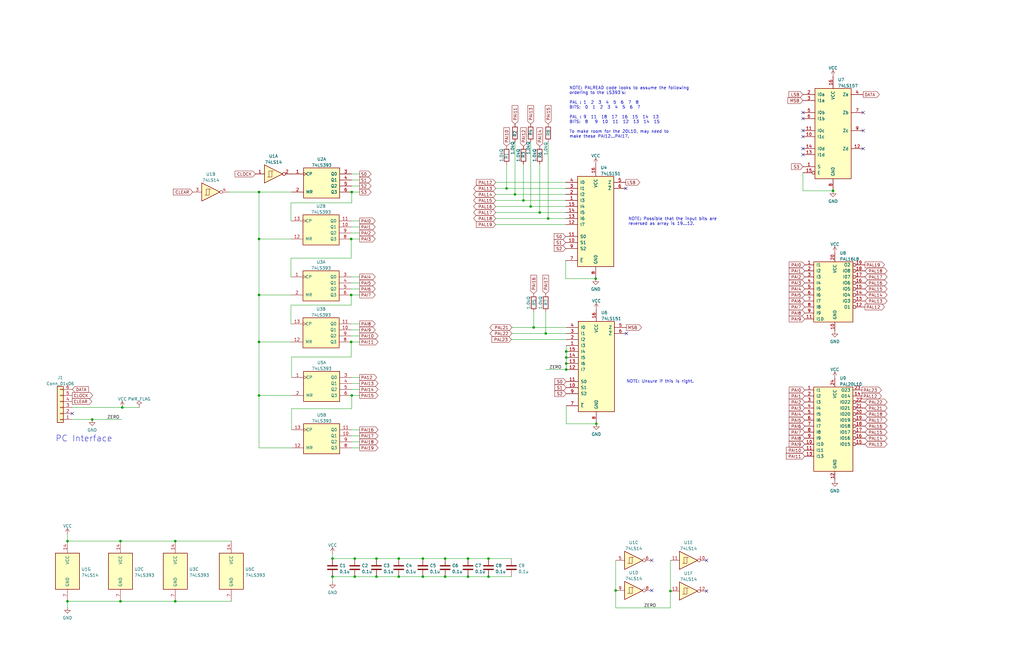
<source format=kicad_sch>
(kicad_sch (version 20211123) (generator eeschema)
  (paper "B")
  (lib_symbols
    (symbol "74xx:74LS14" (pin_names (offset 1.016))
      (property "Reference" "U" (at 0 1.27 0))
      (property "Value" "74LS14" (at 0 -1.27 0))
      (symbol "74LS14_1_0"
        (polyline (pts (xy -3.81 3.81) (xy -3.81 -3.81) (xy 3.81 0) (xy -3.81 3.81)) (stroke (width 0.254)) (fill (type background)))
        (pin input line (at -7.62 0 0) (length 3.81) (name "~") (number "1"))
        (pin output inverted (at 7.62 0 180) (length 3.81) (name "~") (number "2"))
      )
      (symbol "74LS14_1_1"
        (polyline (pts (xy -1.905 -1.27) (xy -1.905 1.27) (xy -0.635 1.27)))
        (polyline (pts (xy -2.54 -1.27) (xy -0.635 -1.27) (xy -0.635 1.27) (xy 0 1.27)))
      )
      (symbol "74LS14_2_0"
        (polyline (pts (xy -3.81 3.81) (xy -3.81 -3.81) (xy 3.81 0) (xy -3.81 3.81)) (stroke (width 0.254)) (fill (type background)))
        (pin input line (at -7.62 0 0) (length 3.81) (name "~") (number "3"))
        (pin output inverted (at 7.62 0 180) (length 3.81) (name "~") (number "4"))
      )
      (symbol "74LS14_2_1"
        (polyline (pts (xy -1.905 -1.27) (xy -1.905 1.27) (xy -0.635 1.27)))
        (polyline (pts (xy -2.54 -1.27) (xy -0.635 -1.27) (xy -0.635 1.27) (xy 0 1.27)))
      )
      (symbol "74LS14_3_0"
        (polyline (pts (xy -3.81 3.81) (xy -3.81 -3.81) (xy 3.81 0) (xy -3.81 3.81)) (stroke (width 0.254)) (fill (type background)))
        (pin input line (at -7.62 0 0) (length 3.81) (name "~") (number "5"))
        (pin output inverted (at 7.62 0 180) (length 3.81) (name "~") (number "6"))
      )
      (symbol "74LS14_3_1"
        (polyline (pts (xy -1.905 -1.27) (xy -1.905 1.27) (xy -0.635 1.27)))
        (polyline (pts (xy -2.54 -1.27) (xy -0.635 -1.27) (xy -0.635 1.27) (xy 0 1.27)))
      )
      (symbol "74LS14_4_0"
        (polyline (pts (xy -3.81 3.81) (xy -3.81 -3.81) (xy 3.81 0) (xy -3.81 3.81)) (stroke (width 0.254)) (fill (type background)))
        (pin output inverted (at 7.62 0 180) (length 3.81) (name "~") (number "8"))
        (pin input line (at -7.62 0 0) (length 3.81) (name "~") (number "9"))
      )
      (symbol "74LS14_4_1"
        (polyline (pts (xy -1.905 -1.27) (xy -1.905 1.27) (xy -0.635 1.27)))
        (polyline (pts (xy -2.54 -1.27) (xy -0.635 -1.27) (xy -0.635 1.27) (xy 0 1.27)))
      )
      (symbol "74LS14_5_0"
        (polyline (pts (xy -3.81 3.81) (xy -3.81 -3.81) (xy 3.81 0) (xy -3.81 3.81)) (stroke (width 0.254)) (fill (type background)))
        (pin output inverted (at 7.62 0 180) (length 3.81) (name "~") (number "10"))
        (pin input line (at -7.62 0 0) (length 3.81) (name "~") (number "11"))
      )
      (symbol "74LS14_5_1"
        (polyline (pts (xy -1.905 -1.27) (xy -1.905 1.27) (xy -0.635 1.27)))
        (polyline (pts (xy -2.54 -1.27) (xy -0.635 -1.27) (xy -0.635 1.27) (xy 0 1.27)))
      )
      (symbol "74LS14_6_0"
        (polyline (pts (xy -3.81 3.81) (xy -3.81 -3.81) (xy 3.81 0) (xy -3.81 3.81)) (stroke (width 0.254)) (fill (type background)))
        (pin output inverted (at 7.62 0 180) (length 3.81) (name "~") (number "12"))
        (pin input line (at -7.62 0 0) (length 3.81) (name "~") (number "13"))
      )
      (symbol "74LS14_6_1"
        (polyline (pts (xy -1.905 -1.27) (xy -1.905 1.27) (xy -0.635 1.27)))
        (polyline (pts (xy -2.54 -1.27) (xy -0.635 -1.27) (xy -0.635 1.27) (xy 0 1.27)))
      )
      (symbol "74LS14_7_0"
        (pin power_in line (at 0 12.7 270) (length 5.08) (name "VCC") (number "14"))
        (pin power_in line (at 0 -12.7 90) (length 5.08) (name "GND") (number "7"))
      )
      (symbol "74LS14_7_1"
        (rectangle (start -5.08 7.62) (end 5.08 -7.62) (stroke (width 0.254)) (fill (type background)))
      )
    )
    (symbol "74xx:74LS151" (pin_names (offset 1.016))
      (property "Reference" "U" (at -7.62 19.05 0))
      (property "Value" "74LS151" (at -7.62 -21.59 0))
      (symbol "74LS151_1_0"
        (pin input line (at -12.7 7.62 0) (length 5.08) (name "I3") (number "1"))
        (pin input line (at -12.7 -10.16 0) (length 5.08) (name "S1") (number "10"))
        (pin input line (at -12.7 -7.62 0) (length 5.08) (name "S0") (number "11"))
        (pin input line (at -12.7 -2.54 0) (length 5.08) (name "I7") (number "12"))
        (pin input line (at -12.7 0 0) (length 5.08) (name "I6") (number "13"))
        (pin input line (at -12.7 2.54 0) (length 5.08) (name "I5") (number "14"))
        (pin input line (at -12.7 5.08 0) (length 5.08) (name "I4") (number "15"))
        (pin power_in line (at 0 22.86 270) (length 5.08) (name "VCC") (number "16"))
        (pin input line (at -12.7 10.16 0) (length 5.08) (name "I2") (number "2"))
        (pin input line (at -12.7 12.7 0) (length 5.08) (name "I1") (number "3"))
        (pin input line (at -12.7 15.24 0) (length 5.08) (name "I0") (number "4"))
        (pin output line (at 12.7 15.24 180) (length 5.08) (name "Z") (number "5"))
        (pin output line (at 12.7 12.7 180) (length 5.08) (name "~{Z}") (number "6"))
        (pin input line (at -12.7 -17.78 0) (length 5.08) (name "~{E}") (number "7"))
        (pin power_in line (at 0 -25.4 90) (length 5.08) (name "GND") (number "8"))
        (pin input line (at -12.7 -12.7 0) (length 5.08) (name "S2") (number "9"))
      )
      (symbol "74LS151_1_1"
        (rectangle (start -7.62 17.78) (end 7.62 -20.32) (stroke (width 0.254)) (fill (type background)))
      )
    )
    (symbol "74xx:74LS157" (pin_names (offset 1.016))
      (property "Reference" "U" (at -7.62 19.05 0))
      (property "Value" "74LS157" (at -7.62 -21.59 0))
      (symbol "74LS157_1_0"
        (pin input line (at -12.7 -15.24 0) (length 5.08) (name "S") (number "1"))
        (pin input line (at -12.7 -2.54 0) (length 5.08) (name "I1c") (number "10"))
        (pin input line (at -12.7 0 0) (length 5.08) (name "I0c") (number "11"))
        (pin output line (at 12.7 -7.62 180) (length 5.08) (name "Zd") (number "12"))
        (pin input line (at -12.7 -10.16 0) (length 5.08) (name "I1d") (number "13"))
        (pin input line (at -12.7 -7.62 0) (length 5.08) (name "I0d") (number "14"))
        (pin input inverted (at -12.7 -17.78 0) (length 5.08) (name "E") (number "15"))
        (pin power_in line (at 0 22.86 270) (length 5.08) (name "VCC") (number "16"))
        (pin input line (at -12.7 15.24 0) (length 5.08) (name "I0a") (number "2"))
        (pin input line (at -12.7 12.7 0) (length 5.08) (name "I1a") (number "3"))
        (pin output line (at 12.7 15.24 180) (length 5.08) (name "Za") (number "4"))
        (pin input line (at -12.7 7.62 0) (length 5.08) (name "I0b") (number "5"))
        (pin input line (at -12.7 5.08 0) (length 5.08) (name "I1b") (number "6"))
        (pin output line (at 12.7 7.62 180) (length 5.08) (name "Zb") (number "7"))
        (pin power_in line (at 0 -25.4 90) (length 5.08) (name "GND") (number "8"))
        (pin output line (at 12.7 0 180) (length 5.08) (name "Zc") (number "9"))
      )
      (symbol "74LS157_1_1"
        (rectangle (start -7.62 17.78) (end 7.62 -20.32) (stroke (width 0.254)) (fill (type background)))
      )
    )
    (symbol "74xx:74LS393" (pin_names (offset 1.016))
      (property "Reference" "U" (at -7.62 8.89 0))
      (property "Value" "74LS393" (at -7.62 -8.89 0))
      (symbol "74LS393_1_0"
        (pin input clock (at -12.7 2.54 0) (length 5.08) (name "CP") (number "1"))
        (pin input line (at -12.7 -5.08 0) (length 5.08) (name "MR") (number "2"))
        (pin output line (at 12.7 2.54 180) (length 5.08) (name "Q0") (number "3"))
        (pin output line (at 12.7 0 180) (length 5.08) (name "Q1") (number "4"))
        (pin output line (at 12.7 -2.54 180) (length 5.08) (name "Q2") (number "5"))
        (pin output line (at 12.7 -5.08 180) (length 5.08) (name "Q3") (number "6"))
      )
      (symbol "74LS393_1_1"
        (rectangle (start -7.62 5.08) (end 7.62 -7.62) (stroke (width 0.254)) (fill (type background)))
      )
      (symbol "74LS393_2_0"
        (pin output line (at 12.7 0 180) (length 5.08) (name "Q1") (number "10"))
        (pin output line (at 12.7 2.54 180) (length 5.08) (name "Q0") (number "11"))
        (pin input line (at -12.7 -5.08 0) (length 5.08) (name "MR") (number "12"))
        (pin input clock (at -12.7 2.54 0) (length 5.08) (name "CP") (number "13"))
        (pin output line (at 12.7 -5.08 180) (length 5.08) (name "Q3") (number "8"))
        (pin output line (at 12.7 -2.54 180) (length 5.08) (name "Q2") (number "9"))
      )
      (symbol "74LS393_2_1"
        (rectangle (start -7.62 5.08) (end 7.62 -7.62) (stroke (width 0.254)) (fill (type background)))
      )
      (symbol "74LS393_3_0"
        (pin power_in line (at 0 12.7 270) (length 5.08) (name "VCC") (number "14"))
        (pin power_in line (at 0 -12.7 90) (length 5.08) (name "GND") (number "7"))
      )
      (symbol "74LS393_3_1"
        (rectangle (start -5.08 7.62) (end 5.08 -7.62) (stroke (width 0.254)) (fill (type background)))
      )
    )
    (symbol "Connector_Generic:Conn_01x06" (pin_names (offset 1.016) hide)
      (property "Reference" "J" (at 0 7.62 0))
      (property "Value" "Conn_01x06" (at 0 -10.16 0))
      (symbol "Conn_01x06_1_1"
        (rectangle (start -1.27 -7.493) (end 0 -7.747) (stroke (width 0.1524)))
        (rectangle (start -1.27 -4.953) (end 0 -5.207) (stroke (width 0.1524)))
        (rectangle (start -1.27 -2.413) (end 0 -2.667) (stroke (width 0.1524)))
        (rectangle (start -1.27 0.127) (end 0 -0.127) (stroke (width 0.1524)))
        (rectangle (start -1.27 2.667) (end 0 2.413) (stroke (width 0.1524)))
        (rectangle (start -1.27 5.207) (end 0 4.953) (stroke (width 0.1524)))
        (rectangle (start -1.27 6.35) (end 1.27 -8.89) (stroke (width 0.254)) (fill (type background)))
        (pin passive line (at -5.08 5.08 0) (length 3.81) (name "Pin_1") (number "1"))
        (pin passive line (at -5.08 2.54 0) (length 3.81) (name "Pin_2") (number "2"))
        (pin passive line (at -5.08 0 0) (length 3.81) (name "Pin_3") (number "3"))
        (pin passive line (at -5.08 -2.54 0) (length 3.81) (name "Pin_4") (number "4"))
        (pin passive line (at -5.08 -5.08 0) (length 3.81) (name "Pin_5") (number "5"))
        (pin passive line (at -5.08 -7.62 0) (length 3.81) (name "Pin_6") (number "6"))
      )
    )
    (symbol "Device:C" (pin_numbers hide) (pin_names (offset 0.254))
      (property "Reference" "C" (at 0.635 2.54 0))
      (property "Value" "C" (at 0.635 -2.54 0))
      (symbol "C_0_1"
        (polyline (pts (xy -2.032 -0.762) (xy 2.032 -0.762)) (stroke (width 0.508)))
        (polyline (pts (xy -2.032 0.762) (xy 2.032 0.762)) (stroke (width 0.508)))
      )
      (symbol "C_1_1"
        (pin passive line (at 0 3.81 270) (length 2.794) (name "~") (number "1"))
        (pin passive line (at 0 -3.81 90) (length 2.794) (name "~") (number "2"))
      )
    )
    (symbol "Device:R" (pin_numbers hide) (pin_names (offset 0))
      (property "Reference" "R" (at 2.032 0 90))
      (property "Value" "R" (at 0 0 90))
      (symbol "R_0_1"
        (rectangle (start -1.016 -2.54) (end 1.016 2.54) (stroke (width 0.254)))
      )
      (symbol "R_1_1"
        (pin passive line (at 0 3.81 270) (length 1.27) (name "~") (number "1"))
        (pin passive line (at 0 -3.81 90) (length 1.27) (name "~") (number "2"))
      )
    )
    (symbol "Logic_Programmable:PAL16L8" (pin_names (offset 1.016))
      (property "Reference" "U8" (at 2.0194 17.6698 0))
      (property "Value" "PAL16L8" (at 2.0194 15.1329 0))
      (symbol "PAL16L8_0_0"
        (pin power_in line (at 0 -15.24 90) (length 3.81) (name "GND") (number "10"))
        (pin power_in line (at 0 17.78 270) (length 3.81) (name "VCC") (number "20"))
      )
      (symbol "PAL16L8_0_1"
        (rectangle (start -8.89 13.97) (end 7.62 -11.43) (stroke (width 0.254)) (fill (type background)))
      )
      (symbol "PAL16L8_1_1"
        (pin input line (at -12.7 12.7 0) (length 3.81) (name "I1") (number "1"))
        (pin input line (at -12.7 -10.16 0) (length 3.81) (name "I10") (number "11"))
        (pin output inverted (at 12.7 -5.08 180) (length 5.08) (name "O1") (number "12"))
        (pin tri_state inverted (at 12.7 -2.54 180) (length 5.08) (name "IO3") (number "13"))
        (pin tri_state inverted (at 12.7 0 180) (length 5.08) (name "IO4") (number "14"))
        (pin tri_state inverted (at 12.7 2.54 180) (length 5.08) (name "IO5") (number "15"))
        (pin tri_state inverted (at 12.7 5.08 180) (length 5.08) (name "IO6") (number "16"))
        (pin tri_state inverted (at 12.7 7.62 180) (length 5.08) (name "I07") (number "17"))
        (pin tri_state inverted (at 12.7 10.16 180) (length 5.08) (name "IO8") (number "18"))
        (pin output inverted (at 12.7 12.7 180) (length 5.08) (name "O2") (number "19"))
        (pin input line (at -12.7 10.16 0) (length 3.81) (name "I2") (number "2"))
        (pin input line (at -12.7 7.62 0) (length 3.81) (name "I3") (number "3"))
        (pin input line (at -12.7 5.08 0) (length 3.81) (name "I4") (number "4"))
        (pin input line (at -12.7 2.54 0) (length 3.81) (name "I5") (number "5"))
        (pin input line (at -12.7 0 0) (length 3.81) (name "I6") (number "6"))
        (pin input line (at -12.7 -2.54 0) (length 3.81) (name "I7") (number "7"))
        (pin input line (at -12.7 -5.08 0) (length 3.81) (name "I8") (number "8"))
        (pin input line (at -12.7 -7.62 0) (length 3.81) (name "I9") (number "9"))
      )
    )
    (symbol "RAC_Custom2:PAL20L10" (pin_names (offset 1.016))
      (property "Reference" "U" (at -8.89 21.59 0))
      (property "Value" "PAL20L10" (at 1.27 21.59 0))
      (symbol "PAL20L10_0_0"
        (pin power_in line (at 0 -20.32 90) (length 3.81) (name "GND") (number "12"))
        (pin power_in line (at 0 22.86 270) (length 3.81) (name "VCC") (number "24"))
      )
      (symbol "PAL20L10_0_1"
        (rectangle (start -8.89 19.05) (end 7.62 -16.51) (stroke (width 0.254)) (fill (type background)))
      )
      (symbol "PAL20L10_1_1"
        (pin input line (at -12.7 17.78 0) (length 3.81) (name "I1") (number "1"))
        (pin input line (at -12.7 -5.08 0) (length 3.81) (name "I10") (number "10"))
        (pin input line (at -12.7 -7.62 0) (length 3.81) (name "I11") (number "11"))
        (pin input line (at -12.7 -10.16 0) (length 3.81) (name "I13") (number "13"))
        (pin output line (at 11.43 15.24 180) (length 3.81) (name "O14") (number "14"))
        (pin tri_state inverted (at 12.7 -5.08 180) (length 5.08) (name "IO15") (number "15"))
        (pin tri_state inverted (at 12.7 -2.54 180) (length 5.08) (name "IO16") (number "16"))
        (pin tri_state inverted (at 12.7 0 180) (length 5.08) (name "IO17") (number "17"))
        (pin tri_state inverted (at 12.7 2.54 180) (length 5.08) (name "IO18") (number "18"))
        (pin tri_state inverted (at 12.7 5.08 180) (length 5.08) (name "IO19") (number "19"))
        (pin input line (at -12.7 15.24 0) (length 3.81) (name "I2") (number "2"))
        (pin tri_state inverted (at 12.7 7.62 180) (length 5.08) (name "I020") (number "20"))
        (pin tri_state inverted (at 12.7 10.16 180) (length 5.08) (name "IO21") (number "21"))
        (pin tri_state inverted (at 12.7 12.7 180) (length 5.08) (name "IO22") (number "22"))
        (pin output line (at 11.43 17.78 180) (length 3.81) (name "O23") (number "23"))
        (pin input line (at -12.7 12.7 0) (length 3.81) (name "I3") (number "3"))
        (pin input line (at -12.7 10.16 0) (length 3.81) (name "I4") (number "4"))
        (pin input line (at -12.7 7.62 0) (length 3.81) (name "I5") (number "5"))
        (pin input line (at -12.7 5.08 0) (length 3.81) (name "I6") (number "6"))
        (pin input line (at -12.7 2.54 0) (length 3.81) (name "I7") (number "7"))
        (pin input line (at -12.7 0 0) (length 3.81) (name "I8") (number "8"))
        (pin input line (at -12.7 -2.54 0) (length 3.81) (name "I9") (number "9"))
      )
    )
    (symbol "power:GND" (power) (pin_names (offset 0))
      (property "Value" "GND" (at 0 -3.81 0))
      (symbol "GND_0_1"
        (polyline (pts (xy 0 0) (xy 0 -1.27) (xy 1.27 -1.27) (xy 0 -2.54) (xy -1.27 -1.27) (xy 0 -1.27)))
      )
      (symbol "GND_1_1"
        (pin power_in line (at 0 0 270) (length 0) hide (name "GND") (number "1"))
      )
    )
    (symbol "power:PWR_FLAG" (power) (pin_numbers hide) (pin_names (offset 0) hide)
      (property "Value" "PWR_FLAG" (at 0 3.81 0))
      (symbol "PWR_FLAG_0_0"
        (pin power_out line (at 0 0 90) (length 0) (name "pwr") (number "1"))
      )
      (symbol "PWR_FLAG_0_1"
        (polyline (pts (xy 0 0) (xy 0 1.27) (xy -1.016 1.905) (xy 0 2.54) (xy 1.016 1.905) (xy 0 1.27)))
      )
    )
    (symbol "power:VCC" (power) (pin_names (offset 0))
      (property "Value" "VCC" (at 0 3.81 0))
      (symbol "VCC_0_1"
        (polyline (pts (xy -0.762 1.27) (xy 0 2.54)))
        (polyline (pts (xy 0 0) (xy 0 2.54)))
        (polyline (pts (xy 0 2.54) (xy 0.762 1.27)))
      )
      (symbol "VCC_1_1"
        (pin power_in line (at 0 0 90) (length 0) hide (name "VCC") (number "1"))
      )
    )
  )
  (junction (at 149.606 243.332))
  (junction (at 38.862 177.038))
  (junction (at 187.706 235.712))
  (junction (at 259.588 249.174))
  (junction (at 148.336 81.026))
  (junction (at 351.282 80.518))
  (junction (at 168.148 243.332))
  (junction (at 109.22 144.272))
  (junction (at 230.124 140.716))
  (junction (at 225.044 138.176))
  (junction (at 140.208 243.332))
  (junction (at 148.082 144.272))
  (junction (at 197.358 243.332))
  (junction (at 158.75 235.712))
  (junction (at 238.76 148.336))
  (junction (at 238.76 153.416))
  (junction (at 187.706 243.332))
  (junction (at 109.22 100.838))
  (junction (at 28.448 253.746))
  (junction (at 109.22 81.026))
  (junction (at 28.448 228.346))
  (junction (at 227.584 89.662))
  (junction (at 51.562 171.958))
  (junction (at 223.774 87.122))
  (junction (at 251.206 117.602))
  (junction (at 238.76 150.876))
  (junction (at 178.308 235.712))
  (junction (at 205.994 235.712))
  (junction (at 148.082 124.46))
  (junction (at 109.22 166.878))
  (junction (at 148.082 100.838))
  (junction (at 140.208 235.712))
  (junction (at 213.614 79.502))
  (junction (at 50.8 228.346))
  (junction (at 197.358 235.712))
  (junction (at 231.14 92.202))
  (junction (at 220.726 84.582))
  (junction (at 50.8 253.746))
  (junction (at 251.46 178.816))
  (junction (at 178.308 243.332))
  (junction (at 205.994 243.332))
  (junction (at 73.914 228.346))
  (junction (at 217.17 82.042))
  (junction (at 109.22 124.46))
  (junction (at 149.606 235.712))
  (junction (at 168.148 235.712))
  (junction (at 73.914 253.746))
  (junction (at 238.76 155.956))
  (junction (at 158.75 243.332))
  (junction (at 148.336 166.878))
  (junction (at 282.702 249.428))
  (no_connect (at 363.982 62.738))
  (no_connect (at 264.16 140.716))
  (no_connect (at 338.582 57.658))
  (no_connect (at 263.906 79.502))
  (no_connect (at 338.582 55.118))
  (no_connect (at 363.982 55.118))
  (no_connect (at 30.48 174.498))
  (no_connect (at 274.828 249.174))
  (no_connect (at 338.582 62.738))
  (no_connect (at 338.582 50.038))
  (no_connect (at 338.582 47.498))
  (no_connect (at 297.942 236.474))
  (no_connect (at 274.828 236.474))
  (no_connect (at 363.982 47.498))
  (no_connect (at 338.582 65.278))
  (no_connect (at 297.942 249.428))
  (wire (pts (xy 220.726 69.342) (xy 220.726 84.582)))
  (wire (pts (xy 215.646 143.256) (xy 238.76 143.256)))
  (wire (pts (xy 251.46 178.816) (xy 238.76 178.816)))
  (wire (pts (xy 215.9 138.176) (xy 225.044 138.176)))
  (wire (pts (xy 148.336 161.798) (xy 151.638 161.798)))
  (wire (pts (xy 187.706 243.332) (xy 197.358 243.332)))
  (wire (pts (xy 148.082 95.758) (xy 151.638 95.758)))
  (wire (pts (xy 148.082 136.652) (xy 151.638 136.652)))
  (wire (pts (xy 217.17 59.944) (xy 217.17 82.042)))
  (wire (pts (xy 30.48 177.038) (xy 38.862 177.038)))
  (wire (pts (xy 168.148 243.332) (xy 178.308 243.332)))
  (wire (pts (xy 238.506 117.602) (xy 238.506 109.982)))
  (wire (pts (xy 122.936 188.976) (xy 109.22 188.976)))
  (wire (pts (xy 122.936 166.878) (xy 109.22 166.878)))
  (wire (pts (xy 148.082 141.732) (xy 151.638 141.732)))
  (wire (pts (xy 122.936 172.466) (xy 122.936 181.356)))
  (wire (pts (xy 178.308 243.332) (xy 187.706 243.332)))
  (wire (pts (xy 122.682 108.966) (xy 122.682 116.84)))
  (wire (pts (xy 158.75 243.332) (xy 168.148 243.332)))
  (wire (pts (xy 178.308 235.712) (xy 187.706 235.712)))
  (wire (pts (xy 28.448 253.746) (xy 28.448 256.286)))
  (wire (pts (xy 259.588 249.174) (xy 259.588 256.54)))
  (wire (pts (xy 223.774 59.944) (xy 223.774 87.122)))
  (wire (pts (xy 122.936 150.622) (xy 122.936 159.258)))
  (wire (pts (xy 209.042 89.662) (xy 227.584 89.662)))
  (wire (pts (xy 217.17 82.042) (xy 238.506 82.042)))
  (wire (pts (xy 227.584 89.662) (xy 238.506 89.662)))
  (wire (pts (xy 148.082 128.778) (xy 122.682 128.778)))
  (wire (pts (xy 122.936 150.622) (xy 148.082 150.622)))
  (wire (pts (xy 259.588 256.54) (xy 282.702 256.54)))
  (wire (pts (xy 225.044 138.176) (xy 238.76 138.176)))
  (wire (pts (xy 30.48 171.958) (xy 51.562 171.958)))
  (wire (pts (xy 148.336 188.976) (xy 151.638 188.976)))
  (wire (pts (xy 238.76 145.796) (xy 238.76 148.336)))
  (wire (pts (xy 148.336 172.466) (xy 122.936 172.466)))
  (wire (pts (xy 148.336 85.598) (xy 122.682 85.598)))
  (wire (pts (xy 148.082 98.298) (xy 151.638 98.298)))
  (wire (pts (xy 282.702 236.474) (xy 282.702 249.428)))
  (wire (pts (xy 148.082 121.92) (xy 151.638 121.92)))
  (wire (pts (xy 238.76 153.416) (xy 238.76 155.956)))
  (wire (pts (xy 230.124 131.572) (xy 230.124 140.716)))
  (wire (pts (xy 148.336 166.878) (xy 148.336 172.466)))
  (wire (pts (xy 109.22 144.272) (xy 122.682 144.272)))
  (wire (pts (xy 109.22 124.46) (xy 122.682 124.46)))
  (wire (pts (xy 187.706 235.712) (xy 197.358 235.712)))
  (wire (pts (xy 122.682 100.838) (xy 109.22 100.838)))
  (wire (pts (xy 231.14 59.944) (xy 231.14 92.202)))
  (wire (pts (xy 109.22 144.272) (xy 109.22 166.878)))
  (wire (pts (xy 238.76 178.816) (xy 238.76 171.196)))
  (wire (pts (xy 148.336 181.356) (xy 151.638 181.356)))
  (wire (pts (xy 122.682 85.598) (xy 122.682 93.218)))
  (wire (pts (xy 148.082 108.966) (xy 122.682 108.966)))
  (wire (pts (xy 209.042 94.742) (xy 238.506 94.742)))
  (wire (pts (xy 109.22 188.976) (xy 109.22 166.878)))
  (wire (pts (xy 238.76 155.956) (xy 230.124 155.956)))
  (wire (pts (xy 338.582 80.518) (xy 351.282 80.518)))
  (wire (pts (xy 51.562 171.958) (xy 58.674 171.958)))
  (wire (pts (xy 28.448 225.552) (xy 28.448 228.346)))
  (wire (pts (xy 140.208 235.712) (xy 149.606 235.712)))
  (wire (pts (xy 148.336 159.258) (xy 151.638 159.258)))
  (wire (pts (xy 50.8 228.346) (xy 73.914 228.346)))
  (wire (pts (xy 109.22 81.026) (xy 109.22 100.838)))
  (wire (pts (xy 148.082 144.272) (xy 148.082 150.622)))
  (wire (pts (xy 213.614 69.342) (xy 213.614 79.502)))
  (wire (pts (xy 148.082 144.272) (xy 151.638 144.272)))
  (wire (pts (xy 158.75 235.712) (xy 168.148 235.712)))
  (wire (pts (xy 209.042 82.042) (xy 217.17 82.042)))
  (wire (pts (xy 148.336 166.878) (xy 151.638 166.878)))
  (wire (pts (xy 122.682 128.778) (xy 122.682 136.652)))
  (wire (pts (xy 227.584 69.342) (xy 227.584 89.662)))
  (wire (pts (xy 209.042 79.502) (xy 213.614 79.502)))
  (wire (pts (xy 148.336 75.946) (xy 151.638 75.946)))
  (wire (pts (xy 197.358 235.712) (xy 205.994 235.712)))
  (wire (pts (xy 223.774 87.122) (xy 238.506 87.122)))
  (wire (pts (xy 148.336 186.436) (xy 151.638 186.436)))
  (wire (pts (xy 148.336 81.026) (xy 151.638 81.026)))
  (wire (pts (xy 148.336 78.486) (xy 151.638 78.486)))
  (wire (pts (xy 205.994 235.712) (xy 215.646 235.712)))
  (wire (pts (xy 148.336 183.896) (xy 151.638 183.896)))
  (wire (pts (xy 73.914 253.746) (xy 97.536 253.746)))
  (wire (pts (xy 28.448 253.746) (xy 50.8 253.746)))
  (wire (pts (xy 148.336 164.338) (xy 151.638 164.338)))
  (wire (pts (xy 148.082 100.838) (xy 148.082 108.966)))
  (wire (pts (xy 148.082 100.838) (xy 151.638 100.838)))
  (wire (pts (xy 209.042 76.962) (xy 238.506 76.962)))
  (wire (pts (xy 148.082 139.192) (xy 151.638 139.192)))
  (wire (pts (xy 149.606 235.712) (xy 158.75 235.712)))
  (wire (pts (xy 209.042 92.202) (xy 231.14 92.202)))
  (wire (pts (xy 148.082 119.38) (xy 151.638 119.38)))
  (wire (pts (xy 28.448 228.346) (xy 50.8 228.346)))
  (wire (pts (xy 140.208 233.68) (xy 140.208 235.712)))
  (wire (pts (xy 230.124 140.716) (xy 238.76 140.716)))
  (wire (pts (xy 205.994 243.332) (xy 215.646 243.332)))
  (wire (pts (xy 96.52 81.026) (xy 109.22 81.026)))
  (wire (pts (xy 148.336 73.406) (xy 151.638 73.406)))
  (wire (pts (xy 215.9 140.716) (xy 230.124 140.716)))
  (wire (pts (xy 251.206 117.602) (xy 238.506 117.602)))
  (wire (pts (xy 50.8 253.746) (xy 73.914 253.746)))
  (wire (pts (xy 259.588 236.474) (xy 259.588 249.174)))
  (wire (pts (xy 197.358 243.332) (xy 205.994 243.332)))
  (wire (pts (xy 148.082 124.46) (xy 151.638 124.46)))
  (wire (pts (xy 109.22 100.838) (xy 109.22 124.46)))
  (wire (pts (xy 109.22 81.026) (xy 122.936 81.026)))
  (wire (pts (xy 140.208 243.332) (xy 140.208 245.618)))
  (wire (pts (xy 38.862 177.038) (xy 51.308 177.038)))
  (wire (pts (xy 140.208 243.332) (xy 149.606 243.332)))
  (wire (pts (xy 238.76 148.336) (xy 238.76 150.876)))
  (wire (pts (xy 213.614 79.502) (xy 238.506 79.502)))
  (wire (pts (xy 149.606 243.332) (xy 158.75 243.332)))
  (wire (pts (xy 209.042 87.122) (xy 223.774 87.122)))
  (wire (pts (xy 231.14 92.202) (xy 238.506 92.202)))
  (wire (pts (xy 282.702 256.54) (xy 282.702 249.428)))
  (wire (pts (xy 148.336 81.026) (xy 148.336 85.598)))
  (wire (pts (xy 220.726 84.582) (xy 238.506 84.582)))
  (wire (pts (xy 168.148 235.712) (xy 178.308 235.712)))
  (wire (pts (xy 209.042 84.582) (xy 220.726 84.582)))
  (wire (pts (xy 148.082 116.84) (xy 151.638 116.84)))
  (wire (pts (xy 148.082 124.46) (xy 148.082 128.778)))
  (wire (pts (xy 73.914 228.346) (xy 97.536 228.346)))
  (wire (pts (xy 148.082 93.218) (xy 151.638 93.218)))
  (wire (pts (xy 109.22 124.46) (xy 109.22 144.272)))
  (wire (pts (xy 338.582 72.898) (xy 338.582 80.518)))
  (wire (pts (xy 225.044 131.572) (xy 225.044 138.176)))
  (wire (pts (xy 238.76 150.876) (xy 238.76 153.416)))
  (text "NOTE: Possible that the input bits are\nreversed as array is 19...12." (at 264.922 95.25 0) (effects (font (size 1.27 1.27)) (justify left bottom)))
  (text "PC Interface" (at 23.368 186.69 0) (effects (font (size 2.54 2.54)) (justify left bottom)))
  (text "NOTE: PALREAD code looks to assume the following\nordering to the LS393's:\n\nPAL : 1  2  3  4  5  6  7  8\nBITS:  0  1  2  3  4  5  6  7\n\nPAL : 9  11  18  17  16  15  14  13\nBITS:  8   9  10  11  12  13  14  15\n\nTo make room for the 20L10, may need to \nmake these PAI12...PAI17." (at 240.03 58.42 0) (effects (font (size 1.27 1.27)) (justify left bottom)))
  (text "NOTE: Unsure if this is right." (at 264.16 161.798 0) (effects (font (size 1.27 1.27)) (justify left bottom)))
  (label "ZERO" (at 271.526 256.54 0))
  (label "ZERO" (at 231.648 155.956 0))
  (label "ZERO" (at 45.212 177.038 0))
  (global_label "PAL15" (shape bidirectional) (at 364.744 121.92 0) (property "Intersheet References" "${INTERSHEET_REFS}" (effects hide)))
  (global_label "PAI10" (shape input) (at 339.344 189.992 180) (property "Intersheet References" "${INTERSHEET_REFS}" (effects hide)))
  (global_label "PAI16" (shape input) (at 225.044 123.952 90) (property "Intersheet References" "${INTERSHEET_REFS}" (effects hide)))
  (global_label "PAI15" (shape input) (at 231.14 52.324 90) (property "Intersheet References" "${INTERSHEET_REFS}" (effects hide)))
  (global_label "PAL15" (shape bidirectional) (at 364.744 182.372 0) (property "Intersheet References" "${INTERSHEET_REFS}" (effects hide)))
  (global_label "PAI7" (shape input) (at 339.344 182.372 180) (property "Intersheet References" "${INTERSHEET_REFS}" (effects hide)))
  (global_label "S0" (shape input) (at 238.76 161.036 180) (property "Intersheet References" "${INTERSHEET_REFS}" (effects hide)))
  (global_label "PAL13" (shape bidirectional) (at 209.042 79.502 180) (property "Intersheet References" "${INTERSHEET_REFS}" (effects hide)))
  (global_label "PAI1" (shape input) (at 339.344 114.3 180) (property "Intersheet References" "${INTERSHEET_REFS}" (effects hide)))
  (global_label "PAL21" (shape bidirectional) (at 215.9 138.176 180) (property "Intersheet References" "${INTERSHEET_REFS}" (effects hide)))
  (global_label "PAI10" (shape output) (at 151.638 141.732 0) (property "Intersheet References" "${INTERSHEET_REFS}" (effects hide)))
  (global_label "PAI6" (shape input) (at 339.344 179.832 180) (property "Intersheet References" "${INTERSHEET_REFS}" (effects hide)))
  (global_label "PAI0" (shape input) (at 339.344 164.592 180) (property "Intersheet References" "${INTERSHEET_REFS}" (effects hide)))
  (global_label "PAL12" (shape input) (at 209.042 76.962 180) (property "Intersheet References" "${INTERSHEET_REFS}" (effects hide)))
  (global_label "PAL19" (shape output) (at 364.744 111.76 0) (property "Intersheet References" "${INTERSHEET_REFS}" (effects hide)))
  (global_label "CLOCK" (shape input) (at 107.696 73.406 180) (property "Intersheet References" "${INTERSHEET_REFS}" (effects hide)))
  (global_label "PAI5" (shape input) (at 339.344 177.292 180) (property "Intersheet References" "${INTERSHEET_REFS}" (effects hide)))
  (global_label "PAI11" (shape input) (at 339.344 192.532 180) (property "Intersheet References" "${INTERSHEET_REFS}" (effects hide)))
  (global_label "PAL22" (shape bidirectional) (at 364.744 169.672 0) (property "Intersheet References" "${INTERSHEET_REFS}" (effects hide)))
  (global_label "PAI5" (shape input) (at 339.344 124.46 180) (property "Intersheet References" "${INTERSHEET_REFS}" (effects hide)))
  (global_label "S2" (shape input) (at 238.506 104.902 180) (property "Intersheet References" "${INTERSHEET_REFS}" (effects hide)))
  (global_label "PAI1" (shape input) (at 339.344 167.132 180) (property "Intersheet References" "${INTERSHEET_REFS}" (effects hide)))
  (global_label "PAL14" (shape bidirectional) (at 364.744 184.912 0) (property "Intersheet References" "${INTERSHEET_REFS}" (effects hide)))
  (global_label "PAI17" (shape input) (at 230.124 123.952 90) (property "Intersheet References" "${INTERSHEET_REFS}" (effects hide)))
  (global_label "PAI12" (shape input) (at 220.726 61.722 90) (property "Intersheet References" "${INTERSHEET_REFS}" (effects hide)))
  (global_label "PAI0" (shape input) (at 339.344 111.76 180) (property "Intersheet References" "${INTERSHEET_REFS}" (effects hide)))
  (global_label "PAI16" (shape output) (at 151.638 181.356 0) (property "Intersheet References" "${INTERSHEET_REFS}" (effects hide)))
  (global_label "PAI17" (shape output) (at 151.638 183.896 0) (property "Intersheet References" "${INTERSHEET_REFS}" (effects hide)))
  (global_label "MSB" (shape output) (at 264.16 138.176 0) (property "Intersheet References" "${INTERSHEET_REFS}" (effects hide)))
  (global_label "PAL15" (shape bidirectional) (at 209.042 84.582 180) (property "Intersheet References" "${INTERSHEET_REFS}" (effects hide)))
  (global_label "PAL13" (shape bidirectional) (at 364.744 187.452 0) (property "Intersheet References" "${INTERSHEET_REFS}" (effects hide)))
  (global_label "PAL14" (shape bidirectional) (at 364.744 124.46 0) (property "Intersheet References" "${INTERSHEET_REFS}" (effects hide)))
  (global_label "PAL18" (shape bidirectional) (at 364.744 174.752 0) (property "Intersheet References" "${INTERSHEET_REFS}" (effects hide)))
  (global_label "PAI4" (shape input) (at 339.344 121.92 180) (property "Intersheet References" "${INTERSHEET_REFS}" (effects hide)))
  (global_label "S1" (shape input) (at 238.506 102.362 180) (property "Intersheet References" "${INTERSHEET_REFS}" (effects hide)))
  (global_label "PAL21" (shape bidirectional) (at 364.744 172.212 0) (property "Intersheet References" "${INTERSHEET_REFS}" (effects hide)))
  (global_label "CLOCK" (shape output) (at 30.48 166.878 0) (property "Intersheet References" "${INTERSHEET_REFS}" (effects hide)))
  (global_label "PAL23" (shape output) (at 363.474 164.592 0) (property "Intersheet References" "${INTERSHEET_REFS}" (effects hide)))
  (global_label "PAI10" (shape input) (at 213.614 61.722 90) (property "Intersheet References" "${INTERSHEET_REFS}" (effects hide)))
  (global_label "PAI14" (shape input) (at 227.584 61.722 90) (property "Intersheet References" "${INTERSHEET_REFS}" (effects hide)))
  (global_label "S2" (shape input) (at 238.76 166.116 180) (property "Intersheet References" "${INTERSHEET_REFS}" (effects hide)))
  (global_label "PAI14" (shape output) (at 151.638 164.338 0) (property "Intersheet References" "${INTERSHEET_REFS}" (effects hide)))
  (global_label "DATA" (shape output) (at 363.982 39.878 0) (property "Intersheet References" "${INTERSHEET_REFS}" (effects hide)))
  (global_label "PAI2" (shape output) (at 151.638 98.298 0) (property "Intersheet References" "${INTERSHEET_REFS}" (effects hide)))
  (global_label "PAL13" (shape bidirectional) (at 364.744 127 0) (property "Intersheet References" "${INTERSHEET_REFS}" (effects hide)))
  (global_label "PAI9" (shape input) (at 339.344 187.452 180) (property "Intersheet References" "${INTERSHEET_REFS}" (effects hide)))
  (global_label "PAI7" (shape input) (at 339.344 129.54 180) (property "Intersheet References" "${INTERSHEET_REFS}" (effects hide)))
  (global_label "PAI0" (shape output) (at 151.638 93.218 0) (property "Intersheet References" "${INTERSHEET_REFS}" (effects hide)))
  (global_label "PAI4" (shape output) (at 151.638 116.84 0) (property "Intersheet References" "${INTERSHEET_REFS}" (effects hide)))
  (global_label "LSB" (shape output) (at 263.906 76.962 0) (property "Intersheet References" "${INTERSHEET_REFS}" (effects hide)))
  (global_label "PAI5" (shape output) (at 151.638 119.38 0) (property "Intersheet References" "${INTERSHEET_REFS}" (effects hide)))
  (global_label "PAL12" (shape output) (at 363.474 167.132 0) (property "Intersheet References" "${INTERSHEET_REFS}" (effects hide)))
  (global_label "PAI3" (shape output) (at 151.638 100.838 0) (property "Intersheet References" "${INTERSHEET_REFS}" (effects hide)))
  (global_label "PAL19" (shape input) (at 209.042 94.742 180) (property "Intersheet References" "${INTERSHEET_REFS}" (effects hide)))
  (global_label "PAI9" (shape input) (at 339.344 134.62 180) (property "Intersheet References" "${INTERSHEET_REFS}" (effects hide)))
  (global_label "S1" (shape output) (at 151.638 75.946 0) (property "Intersheet References" "${INTERSHEET_REFS}" (effects hide)))
  (global_label "PAL16" (shape bidirectional) (at 364.744 179.832 0) (property "Intersheet References" "${INTERSHEET_REFS}" (effects hide)))
  (global_label "PA12" (shape output) (at 151.638 159.258 0) (property "Intersheet References" "${INTERSHEET_REFS}" (effects hide)))
  (global_label "PAI1" (shape output) (at 151.638 95.758 0) (property "Intersheet References" "${INTERSHEET_REFS}" (effects hide)))
  (global_label "PAL23" (shape input) (at 215.646 143.256 180) (property "Intersheet References" "${INTERSHEET_REFS}" (effects hide)))
  (global_label "PAI13" (shape output) (at 151.638 161.798 0) (property "Intersheet References" "${INTERSHEET_REFS}" (effects hide)))
  (global_label "S0" (shape output) (at 151.638 73.406 0) (property "Intersheet References" "${INTERSHEET_REFS}" (effects hide)))
  (global_label "S3" (shape input) (at 338.582 70.358 180) (property "Intersheet References" "${INTERSHEET_REFS}" (effects hide)))
  (global_label "PAI6" (shape output) (at 151.638 121.92 0) (property "Intersheet References" "${INTERSHEET_REFS}" (effects hide)))
  (global_label "PAI7" (shape output) (at 151.638 124.46 0) (property "Intersheet References" "${INTERSHEET_REFS}" (effects hide)))
  (global_label "PAI11" (shape input) (at 217.17 52.324 90) (property "Intersheet References" "${INTERSHEET_REFS}" (effects hide)))
  (global_label "PAI4" (shape input) (at 339.344 174.752 180) (property "Intersheet References" "${INTERSHEET_REFS}" (effects hide)))
  (global_label "PAL16" (shape bidirectional) (at 209.042 87.122 180) (property "Intersheet References" "${INTERSHEET_REFS}" (effects hide)))
  (global_label "PAI2" (shape input) (at 339.344 116.84 180) (property "Intersheet References" "${INTERSHEET_REFS}" (effects hide)))
  (global_label "PAL12" (shape output) (at 364.744 129.54 0) (property "Intersheet References" "${INTERSHEET_REFS}" (effects hide)))
  (global_label "PAI8" (shape input) (at 339.344 132.08 180) (property "Intersheet References" "${INTERSHEET_REFS}" (effects hide)))
  (global_label "S1" (shape input) (at 238.76 163.576 180) (property "Intersheet References" "${INTERSHEET_REFS}" (effects hide)))
  (global_label "S0" (shape input) (at 238.506 99.822 180) (property "Intersheet References" "${INTERSHEET_REFS}" (effects hide)))
  (global_label "PAL22" (shape bidirectional) (at 215.9 140.716 180) (property "Intersheet References" "${INTERSHEET_REFS}" (effects hide)))
  (global_label "PAI8" (shape input) (at 339.344 184.912 180) (property "Intersheet References" "${INTERSHEET_REFS}" (effects hide)))
  (global_label "PAI3" (shape input) (at 339.344 172.212 180) (property "Intersheet References" "${INTERSHEET_REFS}" (effects hide)))
  (global_label "PAL18" (shape bidirectional) (at 209.042 92.202 180) (property "Intersheet References" "${INTERSHEET_REFS}" (effects hide)))
  (global_label "LSB" (shape input) (at 338.582 39.878 180) (property "Intersheet References" "${INTERSHEET_REFS}" (effects hide)))
  (global_label "PAL17" (shape bidirectional) (at 364.744 116.84 0) (property "Intersheet References" "${INTERSHEET_REFS}" (effects hide)))
  (global_label "PAI6" (shape input) (at 339.344 127 180) (property "Intersheet References" "${INTERSHEET_REFS}" (effects hide)))
  (global_label "PAL17" (shape bidirectional) (at 364.744 177.292 0) (property "Intersheet References" "${INTERSHEET_REFS}" (effects hide)))
  (global_label "S3" (shape output) (at 151.638 81.026 0) (property "Intersheet References" "${INTERSHEET_REFS}" (effects hide)))
  (global_label "PAI15" (shape output) (at 151.638 166.878 0) (property "Intersheet References" "${INTERSHEET_REFS}" (effects hide)))
  (global_label "DATA" (shape input) (at 30.48 164.338 0) (property "Intersheet References" "${INTERSHEET_REFS}" (effects hide)))
  (global_label "PAL18" (shape bidirectional) (at 364.744 114.3 0) (property "Intersheet References" "${INTERSHEET_REFS}" (effects hide)))
  (global_label "PAL16" (shape bidirectional) (at 364.744 119.38 0) (property "Intersheet References" "${INTERSHEET_REFS}" (effects hide)))
  (global_label "PAI8" (shape output) (at 151.638 136.652 0) (property "Intersheet References" "${INTERSHEET_REFS}" (effects hide)))
  (global_label "MSB" (shape input) (at 338.582 42.418 180) (property "Intersheet References" "${INTERSHEET_REFS}" (effects hide)))
  (global_label "PAI9" (shape output) (at 151.638 139.192 0) (property "Intersheet References" "${INTERSHEET_REFS}" (effects hide)))
  (global_label "S2" (shape output) (at 151.638 78.486 0) (property "Intersheet References" "${INTERSHEET_REFS}" (effects hide)))
  (global_label "PAI18" (shape output) (at 151.638 186.436 0) (property "Intersheet References" "${INTERSHEET_REFS}" (effects hide)))
  (global_label "PAI19" (shape output) (at 151.638 188.976 0) (property "Intersheet References" "${INTERSHEET_REFS}" (effects hide)))
  (global_label "PAL17" (shape bidirectional) (at 209.042 89.662 180) (property "Intersheet References" "${INTERSHEET_REFS}" (effects hide)))
  (global_label "PAI11" (shape output) (at 151.638 144.272 0) (property "Intersheet References" "${INTERSHEET_REFS}" (effects hide)))
  (global_label "CLEAR" (shape input) (at 81.28 81.026 180) (property "Intersheet References" "${INTERSHEET_REFS}" (effects hide)))
  (global_label "PAI13" (shape input) (at 223.774 52.324 90) (property "Intersheet References" "${INTERSHEET_REFS}" (effects hide)))
  (global_label "PAI3" (shape input) (at 339.344 119.38 180) (property "Intersheet References" "${INTERSHEET_REFS}" (effects hide)))
  (global_label "PAI2" (shape input) (at 339.344 169.672 180) (property "Intersheet References" "${INTERSHEET_REFS}" (effects hide)))
  (global_label "CLEAR" (shape output) (at 30.48 169.418 0) (property "Intersheet References" "${INTERSHEET_REFS}" (effects hide)))
  (global_label "PAL14" (shape bidirectional) (at 209.042 82.042 180) (property "Intersheet References" "${INTERSHEET_REFS}" (effects hide)))
  (symbol (lib_id "Device:R") (at 217.17 56.134 180) (unit 1)
    (property "Reference" "R2" (at 217.17 56.388 90))
    (property "Value" "1.0kQ" (at 216.154 62.484 90))
    (property "Footprint" "Resistor_THT:R_Axial_DIN0207_L6.3mm_D2.5mm_P7.62mm_Horizontal" (effects hide))
  )
  (symbol (lib_id "power:GND") (at 351.282 80.518 0) (unit 1)
    (property "Reference" "#PWR012" (effects hide))
    (property "Value" "GND" (at 351.282 84.9614 0))
  )
  (symbol (lib_id "74xx:74LS393") (at 135.636 161.798 0) (unit 1)
    (property "Reference" "U5" (at 135.636 153.0182 0))
    (property "Value" "74LS393" (at 135.636 155.5551 0))
    (property "Footprint" "Package_DIP:DIP-14_W7.62mm_Socket_LongPads" (effects hide))
    (property "Datasheet" "74xx\\74LS393.pdf" (effects hide))
  )
  (symbol (lib_id "power:VCC") (at 51.562 171.958 0) (unit 1)
    (property "Reference" "#PWR04" (effects hide))
    (property "Value" "VCC" (at 51.562 168.3822 0))
  )
  (symbol (lib_id "Device:C") (at 215.646 239.522 0) (unit 1)
    (property "Reference" "C9" (at 218.567 238.6873 0) (effects (justify left)))
    (property "Value" "0.1u" (at 218.567 241.2242 0) (effects (justify left)))
    (property "Footprint" "Capacitor_THT:C_Disc_D4.3mm_W1.9mm_P5.00mm" (effects hide))
  )
  (symbol (lib_id "power:VCC") (at 251.46 130.556 0) (unit 1)
    (property "Reference" "#PWR09" (effects hide))
    (property "Value" "VCC" (at 251.46 126.9802 0))
  )
  (symbol (lib_id "Device:R") (at 227.584 65.532 180) (unit 1)
    (property "Reference" "R6" (at 227.711 65.405 90))
    (property "Value" "1.0kQ" (at 225.4051 65.532 90))
    (property "Footprint" "Resistor_THT:R_Axial_DIN0207_L6.3mm_D2.5mm_P7.62mm_Horizontal" (effects hide))
  )
  (symbol (lib_id "Device:R") (at 230.124 127.762 180) (unit 1)
    (property "Reference" "R7" (at 230.251 127.635 90))
    (property "Value" "1.0kQ" (at 227.9451 127.762 90))
    (property "Footprint" "Resistor_THT:R_Axial_DIN0207_L6.3mm_D2.5mm_P7.62mm_Horizontal" (effects hide))
  )
  (symbol (lib_id "74xx:74LS151") (at 251.46 153.416 0) (unit 1)
    (property "Reference" "U6" (at 253.4794 131.9362 0) (effects (justify left)))
    (property "Value" "74LS151" (at 253.4794 134.4731 0) (effects (justify left)))
    (property "Footprint" "Package_DIP:DIP-16_W7.62mm_Socket_LongPads" (effects hide))
    (property "Datasheet" "http://www.ti.com/lit/gpn/sn74LS151" (effects hide))
  )
  (symbol (lib_id "Logic_Programmable:PAL16L8") (at 352.044 124.46 0) (unit 1)
    (property "Reference" "U8" (at 354.0634 106.7902 0) (effects (justify left)))
    (property "Value" "PAL16L8" (at 354.0634 109.3271 0) (effects (justify left)))
    (property "Footprint" "Package_DIP:DIP-20_W7.62mm_Socket_LongPads" (effects hide))
  )
  (symbol (lib_id "power:VCC") (at 28.448 225.552 0) (unit 1)
    (property "Reference" "#PWR01" (effects hide))
    (property "Value" "VCC" (at 28.448 221.9762 0))
  )
  (symbol (lib_id "power:GND") (at 251.46 178.816 0) (unit 1)
    (property "Reference" "#PWR010" (effects hide))
    (property "Value" "GND" (at 251.46 183.2594 0))
  )
  (symbol (lib_id "74xx:74LS14") (at 290.322 236.474 0) (unit 5)
    (property "Reference" "U1" (at 290.322 228.9642 0))
    (property "Value" "74LS14" (at 290.322 231.5011 0))
    (property "Footprint" "Package_DIP:DIP-14_W7.62mm_Socket_LongPads" (effects hide))
    (property "Datasheet" "http://www.ti.com/lit/gpn/sn74LS14" (effects hide))
  )
  (symbol (lib_id "power:VCC") (at 352.044 159.512 0) (unit 1)
    (property "Reference" "#PWR015" (effects hide))
    (property "Value" "VCC" (at 352.044 155.9362 0))
  )
  (symbol (lib_id "Device:R") (at 225.044 127.762 180) (unit 1)
    (property "Reference" "R5" (at 225.171 127.635 90))
    (property "Value" "1.0kQ" (at 222.8651 127.762 90))
    (property "Footprint" "Resistor_THT:R_Axial_DIN0207_L6.3mm_D2.5mm_P7.62mm_Horizontal" (effects hide))
  )
  (symbol (lib_id "Device:R") (at 213.614 65.532 180) (unit 1)
    (property "Reference" "R1" (at 213.614 65.786 90))
    (property "Value" "1.0kQ" (at 211.4351 65.532 90))
    (property "Footprint" "Resistor_THT:R_Axial_DIN0207_L6.3mm_D2.5mm_P7.62mm_Horizontal" (effects hide))
  )
  (symbol (lib_id "74xx:74LS14") (at 88.9 81.026 0) (unit 2)
    (property "Reference" "U1" (at 88.9 73.5162 0))
    (property "Value" "74LS14" (at 88.9 76.0531 0))
    (property "Footprint" "Package_DIP:DIP-14_W7.62mm_Socket_LongPads" (effects hide))
    (property "Datasheet" "http://www.ti.com/lit/gpn/sn74LS14" (effects hide))
  )
  (symbol (lib_id "74xx:74LS393") (at 135.636 183.896 0) (unit 2)
    (property "Reference" "U5" (at 135.636 175.1162 0))
    (property "Value" "74LS393" (at 135.636 177.6531 0))
    (property "Footprint" "Package_DIP:DIP-14_W7.62mm_Socket_LongPads" (effects hide))
    (property "Datasheet" "74xx\\74LS393.pdf" (effects hide))
  )
  (symbol (lib_id "power:GND") (at 38.862 177.038 0) (unit 1)
    (property "Reference" "#PWR03" (effects hide))
    (property "Value" "GND" (at 38.862 181.4814 0))
  )
  (symbol (lib_id "Device:C") (at 158.75 239.522 0) (unit 1)
    (property "Reference" "C3" (at 161.671 238.6873 0) (effects (justify left)))
    (property "Value" "0.1u" (at 161.671 241.2242 0) (effects (justify left)))
    (property "Footprint" "Capacitor_THT:C_Disc_D4.3mm_W1.9mm_P5.00mm" (effects hide))
  )
  (symbol (lib_id "74xx:74LS393") (at 97.536 241.046 0) (unit 3)
    (property "Reference" "U5" (at 103.378 240.2113 0) (effects (justify left)))
    (property "Value" "74LS393" (at 103.378 242.7482 0) (effects (justify left)))
    (property "Footprint" "Package_DIP:DIP-14_W7.62mm_Socket_LongPads" (effects hide))
    (property "Datasheet" "74xx\\74LS393.pdf" (effects hide))
  )
  (symbol (lib_id "74xx:74LS14") (at 290.322 249.428 0) (unit 6)
    (property "Reference" "U1" (at 290.322 241.9182 0))
    (property "Value" "74LS14" (at 290.322 244.4551 0))
    (property "Footprint" "Package_DIP:DIP-14_W7.62mm_Socket_LongPads" (effects hide))
    (property "Datasheet" "http://www.ti.com/lit/gpn/sn74LS14" (effects hide))
  )
  (symbol (lib_id "RAC_Custom2:PAL20L10") (at 352.044 182.372 0) (unit 1)
    (property "Reference" "U9" (at 354.0634 159.6222 0) (effects (justify left)))
    (property "Value" "PAL20L10" (at 354.0634 162.1591 0) (effects (justify left)))
    (property "Footprint" "Package_DIP:DIP-24_W7.62mm_Socket_LongPads" (effects hide))
  )
  (symbol (lib_id "power:VCC") (at 351.282 32.258 0) (unit 1)
    (property "Reference" "#PWR011" (effects hide))
    (property "Value" "VCC" (at 351.282 28.6822 0))
  )
  (symbol (lib_id "power:VCC") (at 251.206 69.342 0) (unit 1)
    (property "Reference" "#PWR07" (effects hide))
    (property "Value" "VCC" (at 251.206 65.7662 0))
  )
  (symbol (lib_id "74xx:74LS393") (at 135.636 75.946 0) (unit 1)
    (property "Reference" "U2" (at 135.636 67.1662 0))
    (property "Value" "74LS393" (at 135.636 69.7031 0))
    (property "Footprint" "Package_DIP:DIP-14_W7.62mm_Socket_LongPads" (effects hide))
    (property "Datasheet" "74xx\\74LS393.pdf" (effects hide))
  )
  (symbol (lib_id "Device:R") (at 220.726 65.532 180) (unit 1)
    (property "Reference" "R3" (at 220.726 65.278 90))
    (property "Value" "1.0kQ" (at 218.5471 65.532 90))
    (property "Footprint" "Resistor_THT:R_Axial_DIN0207_L6.3mm_D2.5mm_P7.62mm_Horizontal" (effects hide))
  )
  (symbol (lib_id "74xx:74LS14") (at 115.316 73.406 0) (unit 1)
    (property "Reference" "U1" (at 115.316 65.8962 0))
    (property "Value" "74LS14" (at 115.316 68.4331 0))
    (property "Footprint" "Package_DIP:DIP-14_W7.62mm_Socket_LongPads" (effects hide))
    (property "Datasheet" "http://www.ti.com/lit/gpn/sn74LS14" (effects hide))
  )
  (symbol (lib_id "74xx:74LS157") (at 351.282 55.118 0) (unit 1)
    (property "Reference" "U7" (at 353.3014 33.6382 0) (effects (justify left)))
    (property "Value" "74LS157" (at 353.3014 36.1751 0) (effects (justify left)))
    (property "Footprint" "Package_DIP:DIP-16_W7.62mm_Socket_LongPads" (effects hide))
    (property "Datasheet" "http://www.ti.com/lit/gpn/sn74LS157" (effects hide))
  )
  (symbol (lib_id "power:GND") (at 352.044 202.692 0) (unit 1)
    (property "Reference" "#PWR016" (effects hide))
    (property "Value" "GND" (at 352.044 207.1354 0))
  )
  (symbol (lib_id "74xx:74LS14") (at 267.208 236.474 0) (unit 3)
    (property "Reference" "U1" (at 267.208 228.9642 0))
    (property "Value" "74LS14" (at 267.208 231.5011 0))
    (property "Footprint" "Package_DIP:DIP-14_W7.62mm_Socket_LongPads" (effects hide))
    (property "Datasheet" "http://www.ti.com/lit/gpn/sn74LS14" (effects hide))
  )
  (symbol (lib_id "Device:C") (at 168.148 239.522 0) (unit 1)
    (property "Reference" "C4" (at 171.069 238.6873 0) (effects (justify left)))
    (property "Value" "0.1u" (at 171.069 241.2242 0) (effects (justify left)))
    (property "Footprint" "Capacitor_THT:C_Disc_D4.3mm_W1.9mm_P5.00mm" (effects hide))
  )
  (symbol (lib_id "Device:C") (at 197.358 239.522 0) (unit 1)
    (property "Reference" "C7" (at 200.279 238.6873 0) (effects (justify left)))
    (property "Value" "0.1u" (at 200.279 241.2242 0) (effects (justify left)))
    (property "Footprint" "Capacitor_THT:C_Disc_D4.3mm_W1.9mm_P5.00mm" (effects hide))
  )
  (symbol (lib_id "power:GND") (at 140.208 245.618 0) (unit 1)
    (property "Reference" "#PWR06" (effects hide))
    (property "Value" "GND" (at 140.208 250.0614 0))
  )
  (symbol (lib_id "74xx:74LS14") (at 28.448 241.046 0) (unit 7)
    (property "Reference" "U1" (at 34.29 240.2113 0) (effects (justify left)))
    (property "Value" "74LS14" (at 34.29 242.7482 0) (effects (justify left)))
    (property "Footprint" "Package_DIP:DIP-14_W7.62mm_Socket_LongPads" (effects hide))
    (property "Datasheet" "http://www.ti.com/lit/gpn/sn74LS14" (effects hide))
  )
  (symbol (lib_id "Device:R") (at 223.774 56.134 180) (unit 1)
    (property "Reference" "R4" (at 223.774 55.88 90))
    (property "Value" "1.0kQ" (at 222.758 62.484 90))
    (property "Footprint" "Resistor_THT:R_Axial_DIN0207_L6.3mm_D2.5mm_P7.62mm_Horizontal" (effects hide))
  )
  (symbol (lib_id "power:VCC") (at 352.044 106.68 0) (unit 1)
    (property "Reference" "#PWR013" (effects hide))
    (property "Value" "VCC" (at 352.044 103.1042 0))
  )
  (symbol (lib_id "power:GND") (at 352.044 139.7 0) (unit 1)
    (property "Reference" "#PWR014" (effects hide))
    (property "Value" "GND" (at 352.044 144.1434 0))
  )
  (symbol (lib_id "74xx:74LS151") (at 251.206 92.202 0) (unit 1)
    (property "Reference" "U4" (at 253.2254 70.7222 0) (effects (justify left)))
    (property "Value" "74LS151" (at 253.2254 73.2591 0) (effects (justify left)))
    (property "Footprint" "Package_DIP:DIP-16_W7.62mm_Socket_LongPads" (effects hide))
    (property "Datasheet" "http://www.ti.com/lit/gpn/sn74LS151" (effects hide))
  )
  (symbol (lib_id "power:GND") (at 28.448 256.286 0) (unit 1)
    (property "Reference" "#PWR02" (effects hide))
    (property "Value" "GND" (at 28.448 260.7294 0))
  )
  (symbol (lib_id "74xx:74LS393") (at 135.382 139.192 0) (unit 2)
    (property "Reference" "U3" (at 135.382 130.4122 0))
    (property "Value" "74LS393" (at 135.382 132.9491 0))
    (property "Footprint" "Package_DIP:DIP-14_W7.62mm_Socket_LongPads" (effects hide))
    (property "Datasheet" "74xx\\74LS393.pdf" (effects hide))
  )
  (symbol (lib_id "Device:C") (at 187.706 239.522 0) (unit 1)
    (property "Reference" "C6" (at 190.627 238.6873 0) (effects (justify left)))
    (property "Value" "0.1u" (at 190.627 241.2242 0) (effects (justify left)))
    (property "Footprint" "Capacitor_THT:C_Disc_D4.3mm_W1.9mm_P5.00mm" (effects hide))
  )
  (symbol (lib_id "74xx:74LS393") (at 73.914 241.046 0) (unit 3)
    (property "Reference" "U3" (at 79.756 240.2113 0) (effects (justify left)))
    (property "Value" "74LS393" (at 79.756 242.7482 0) (effects (justify left)))
    (property "Footprint" "Package_DIP:DIP-14_W7.62mm_Socket_LongPads" (effects hide))
    (property "Datasheet" "74xx\\74LS393.pdf" (effects hide))
  )
  (symbol (lib_id "74xx:74LS14") (at 267.208 249.174 0) (unit 4)
    (property "Reference" "U1" (at 267.208 241.6642 0))
    (property "Value" "74LS14" (at 267.208 244.2011 0))
    (property "Footprint" "Package_DIP:DIP-14_W7.62mm_Socket_LongPads" (effects hide))
    (property "Datasheet" "http://www.ti.com/lit/gpn/sn74LS14" (effects hide))
  )
  (symbol (lib_id "power:VCC") (at 140.208 233.68 0) (unit 1)
    (property "Reference" "#PWR05" (effects hide))
    (property "Value" "VCC" (at 140.208 230.1042 0))
  )
  (symbol (lib_id "Device:C") (at 140.208 239.522 0) (unit 1)
    (property "Reference" "C1" (at 143.129 238.6873 0) (effects (justify left)))
    (property "Value" "0.1u" (at 143.129 241.2242 0) (effects (justify left)))
    (property "Footprint" "Capacitor_THT:C_Disc_D4.3mm_W1.9mm_P5.00mm" (effects hide))
  )
  (symbol (lib_id "power:PWR_FLAG") (at 58.674 171.958 0) (unit 1)
    (property "Reference" "#FLG01" (effects hide))
    (property "Value" "PWR_FLAG" (at 58.674 168.3822 0))
  )
  (symbol (lib_id "Device:C") (at 149.606 239.522 0) (unit 1)
    (property "Reference" "C2" (at 152.527 238.6873 0) (effects (justify left)))
    (property "Value" "0.1u" (at 152.527 241.2242 0) (effects (justify left)))
    (property "Footprint" "Capacitor_THT:C_Disc_D4.3mm_W1.9mm_P5.00mm" (effects hide))
  )
  (symbol (lib_id "power:GND") (at 251.206 117.602 0) (unit 1)
    (property "Reference" "#PWR08" (effects hide))
    (property "Value" "GND" (at 251.206 122.0454 0))
  )
  (symbol (lib_id "74xx:74LS393") (at 50.8 241.046 0) (unit 3)
    (property "Reference" "U2" (at 56.642 240.2113 0) (effects (justify left)))
    (property "Value" "74LS393" (at 56.642 242.7482 0) (effects (justify left)))
    (property "Footprint" "Package_DIP:DIP-14_W7.62mm_Socket_LongPads" (effects hide))
    (property "Datasheet" "74xx\\74LS393.pdf" (effects hide))
  )
  (symbol (lib_id "74xx:74LS393") (at 135.382 119.38 0) (unit 1)
    (property "Reference" "U3" (at 135.382 110.6002 0))
    (property "Value" "74LS393" (at 135.382 113.1371 0))
    (property "Footprint" "Package_DIP:DIP-14_W7.62mm_Socket_LongPads" (effects hide))
    (property "Datasheet" "74xx\\74LS393.pdf" (effects hide))
  )
  (symbol (lib_id "Device:C") (at 178.308 239.522 0) (unit 1)
    (property "Reference" "C5" (at 181.229 238.6873 0) (effects (justify left)))
    (property "Value" "0.1u" (at 181.229 241.2242 0) (effects (justify left)))
    (property "Footprint" "Capacitor_THT:C_Disc_D4.3mm_W1.9mm_P5.00mm" (effects hide))
  )
  (symbol (lib_id "Device:C") (at 205.994 239.522 0) (unit 1)
    (property "Reference" "C8" (at 208.915 238.6873 0) (effects (justify left)))
    (property "Value" "0.1u" (at 208.915 241.2242 0) (effects (justify left)))
    (property "Footprint" "Capacitor_THT:C_Disc_D4.3mm_W1.9mm_P5.00mm" (effects hide))
  )
  (symbol (lib_id "Device:R") (at 231.14 56.134 180) (unit 1)
    (property "Reference" "R8" (at 231.267 56.007 90))
    (property "Value" "1.0kQ" (at 230.124 62.738 90))
    (property "Footprint" "Resistor_THT:R_Axial_DIN0207_L6.3mm_D2.5mm_P7.62mm_Horizontal" (effects hide))
  )
  (symbol (lib_id "74xx:74LS393") (at 135.382 95.758 0) (unit 2)
    (property "Reference" "U2" (at 135.382 86.9782 0))
    (property "Value" "74LS393" (at 135.382 89.5151 0))
    (property "Footprint" "Package_DIP:DIP-14_W7.62mm_Socket_LongPads" (effects hide))
    (property "Datasheet" "74xx\\74LS393.pdf" (effects hide))
  )
  (symbol (lib_id "Connector_Generic:Conn_01x06") (at 25.4 171.958 180) (unit 1)
    (property "Reference" "J1" (at 25.4 159.3682 0))
    (property "Value" "Conn_01x06" (at 25.4 161.9051 0))
    (property "Footprint" "Connector_PinHeader_2.54mm:PinHeader_1x06_P2.54mm_Vertical" (effects hide))
  )
)
</source>
